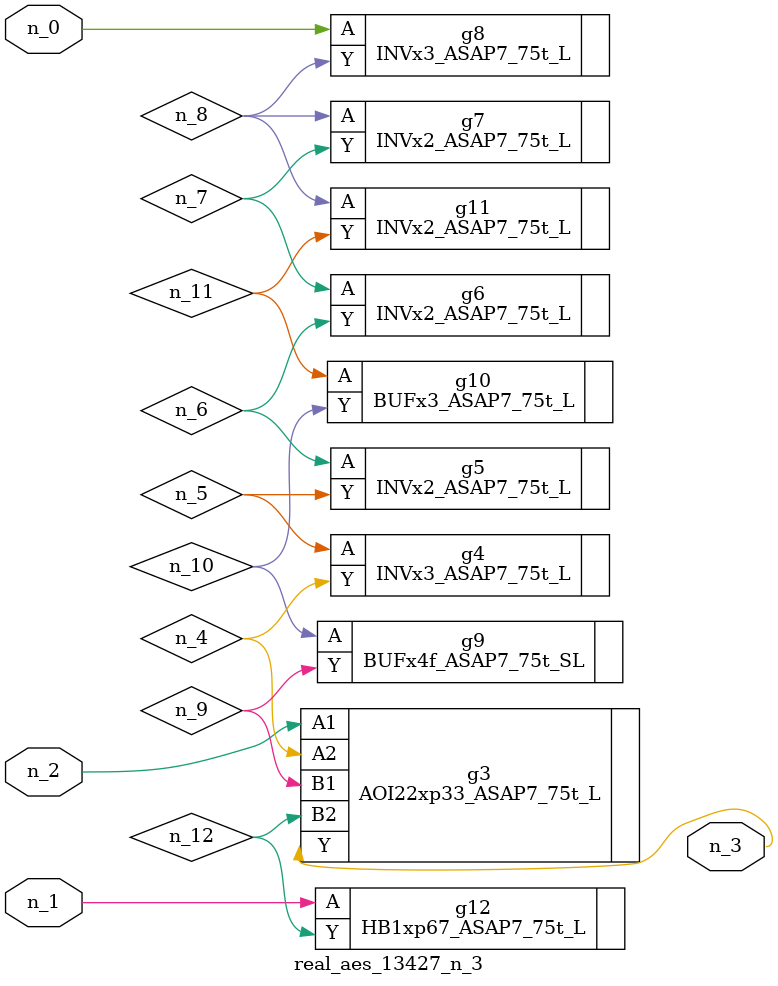
<source format=v>
module real_aes_13427_n_3 (n_0, n_2, n_1, n_3);
input n_0;
input n_2;
input n_1;
output n_3;
wire n_4;
wire n_5;
wire n_7;
wire n_9;
wire n_12;
wire n_6;
wire n_8;
wire n_10;
wire n_11;
INVx3_ASAP7_75t_L g8 ( .A(n_0), .Y(n_8) );
HB1xp67_ASAP7_75t_L g12 ( .A(n_1), .Y(n_12) );
AOI22xp33_ASAP7_75t_L g3 ( .A1(n_2), .A2(n_4), .B1(n_9), .B2(n_12), .Y(n_3) );
INVx3_ASAP7_75t_L g4 ( .A(n_5), .Y(n_4) );
INVx2_ASAP7_75t_L g5 ( .A(n_6), .Y(n_5) );
INVx2_ASAP7_75t_L g6 ( .A(n_7), .Y(n_6) );
INVx2_ASAP7_75t_L g7 ( .A(n_8), .Y(n_7) );
INVx2_ASAP7_75t_L g11 ( .A(n_8), .Y(n_11) );
BUFx4f_ASAP7_75t_SL g9 ( .A(n_10), .Y(n_9) );
BUFx3_ASAP7_75t_L g10 ( .A(n_11), .Y(n_10) );
endmodule
</source>
